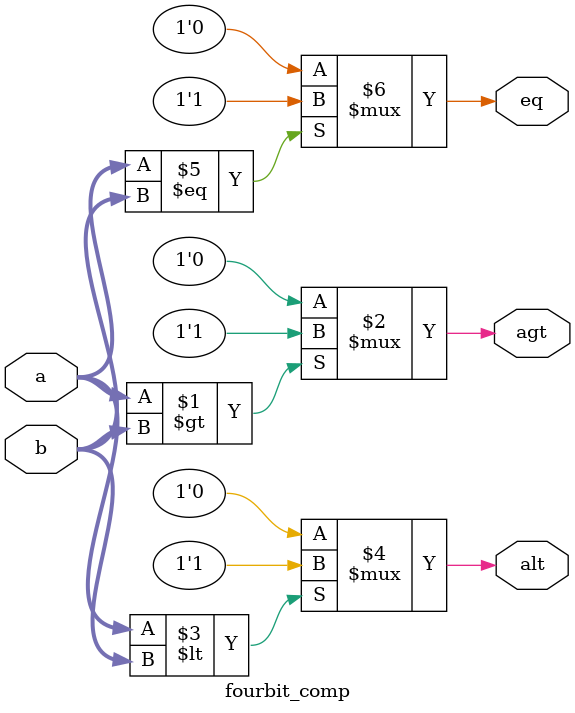
<source format=v>
`timescale 1ns / 1ps
module fourbit_comp(
  input [3:0] a,input [3:0] b,output  agt,output alt,output eq);
  assign agt = (a>b)?1'b1:1'b0;
  assign alt = (a<b)?1'b1:1'b0;
  assign eq =(a==b)?1'b1:1'b0;
endmodule

</source>
